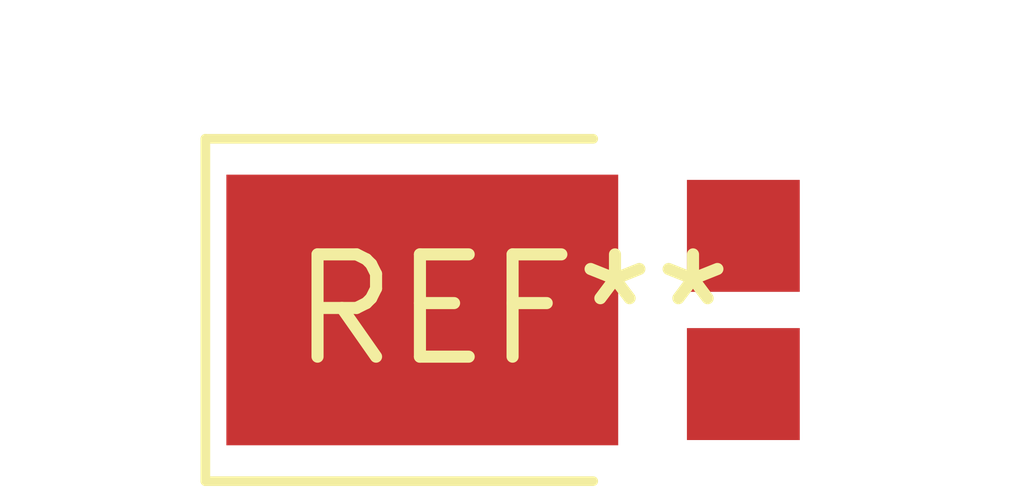
<source format=kicad_pcb>
(kicad_pcb (version 20240108) (generator pcbnew)
  (layers (0 "F.Cu" signal) (31 "B.Cu" signal) (34 "B.Paste" user) (35 "F.Paste" user) (36 "B.SilkS" user "B.Silkscreen") (37 "F.SilkS" user "F.Silkscreen") (38 "B.Mask" user) (39 "F.Mask" user) (44 "Edge.Cuts" user))
  (net 0 "")
  (footprint "D_PowerDI-5" (layer "F.Cu") (at 0 0)
    (property "Reference" "REF**")
    (property "Value" "D_PowerDI-5")
    (fp_line (start -3.81 2.125) (end -3.81 -2.125) (layer "F.SilkS") (stroke (width 0.12)))
    (fp_line (start -3.81 2.125) (end 1 2.125) (layer "F.SilkS") (stroke (width 0.12)))
    (fp_line (start 1 -2.125) (end -3.81 -2.125) (layer "F.SilkS") (stroke (width 0.12)))
    (pad "1" smd rect (at -1.12 0 180) (size 4.86 3.36) (layers "F.Cu" "F.Paste" "F.Mask"))
    (pad "2" smd rect (at 2.862 -0.92 180) (size 1.4 1.39) (layers "F.Cu" "F.Paste" "F.Mask"))
    (pad "2" smd rect (at 2.862 0.92 180) (size 1.4 1.39) (layers "F.Cu" "F.Paste" "F.Mask"))
  )
)
</source>
